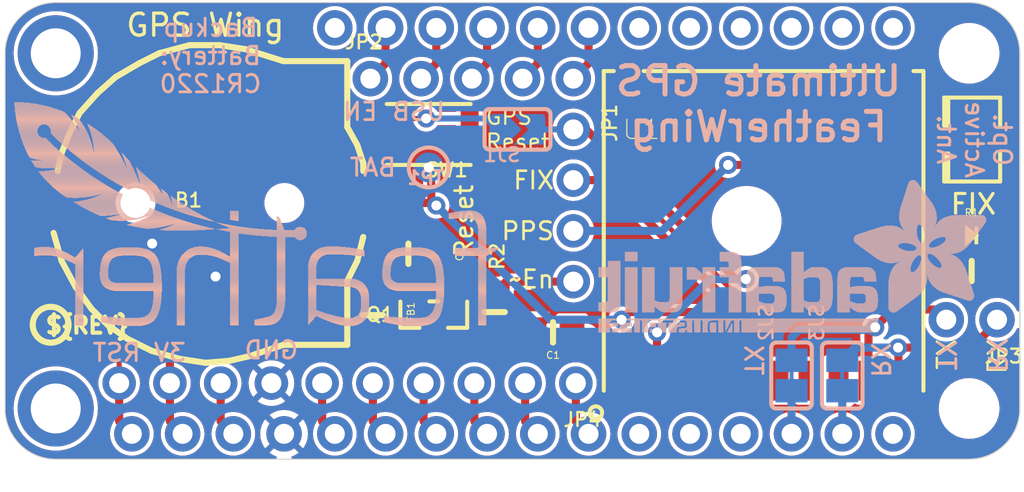
<source format=kicad_pcb>
(kicad_pcb (version 20221018) (generator pcbnew)
  (layers (0 "F.Cu" signal) (31 "B.Cu" signal) (34 "B.Paste" user) (35 "F.Paste" user) (36 "B.SilkS" user "B.Silkscreen") (37 "F.SilkS" user "F.Silkscreen") (38 "B.Mask" user) (39 "F.Mask" user) (44 "Edge.Cuts" user))
  (net 0 "")
  (net 1 "FIX")
  (net 2 "N$2")
  (net 3 "GND")
  (net 4 "3.3V")
  (net 5 "VBACKUP")
  (net 6 "GPS_TX")
  (net 7 "GPS_RX")
  (net 8 "N$4")
  (net 9 "1PPS")
  (net 10 "3V")
  (net 11 "N")
  (net 12 "M")
  (net 13 "L")
  (net 14 "F")
  (net 15 "E")
  (net 16 "D")
  (net 17 "C")
  (net 18 "B")
  (net 19 "A")
  (net 20 "GPS_RESET")
  (net 21 "RST")
  (net 22 "AREF")
  (net 23 "EN")
  (net 24 "USB")
  (net 25 "N$15")
  (net 26 "ENABLE")
  (net 27 "RX")
  (net 28 "TX")
  (net 29 "J")
  (net 30 "I")
  (net 31 "H")
  (net 32 "SCL")
  (net 33 "SDA")
  (net 34 "K")
  (net 35 "SCK")
  (net 36 "MOSI")
  (net 37 "MISO")
  (net 38 "G")
  (footprint "working:FEATHERWING" (layer "F.Cu") (at 123.1011 116.4336)
    (fp_text reference "MS1" hide)
    (fp_text value "FEATHERWING" hide)
    (fp_line (start 0 -20.32) (end 0 -2.54) (stroke (width 0.05)) (layer "Edge.Cuts"))
    (fp_line (start 2.54 0) (end 48.26 0) (stroke (width 0.05)) (layer "Edge.Cuts"))
    (fp_line (start 48.26 -22.86) (end 2.54 -22.86) (stroke (width 0.05)) (layer "Edge.Cuts"))
    (fp_line (start 50.8 -2.54) (end 50.8 -20.32) (stroke (width 0.05)) (layer "Edge.Cuts"))
    (fp_arc (start 0 -20.32) (mid 0.743949 -22.116051) (end 2.54 -22.86) (stroke (width 0.05)) (layer "Edge.Cuts"))
    (fp_arc (start 2.54 0) (mid 0.743949 -0.743949) (end 0 -2.54) (stroke (width 0.05)) (layer "Edge.Cuts"))
    (fp_arc (start 48.26 -22.86) (mid 50.056051 -22.116051) (end 50.8 -20.32) (stroke (width 0.05)) (layer "Edge.Cuts"))
    (fp_arc (start 50.8 -2.54) (mid 50.056051 -0.743949) (end 48.26 0) (stroke (width 0.05)) (layer "Edge.Cuts"))
    (pad "" np_thru_hole circle (at 48.26 -20.32) (size 2.54 2.54) (drill 2.54) (layers "*.Cu" "*.Mask"))
    (pad "" np_thru_hole circle (at 48.26 -2.54) (size 2.54 2.54) (drill 2.54) (layers "*.Cu" "*.Mask"))
    (pad "1" thru_hole circle (at 6.35 -1.27) (size 1.778 1.778) (drill 1) (layers "*.Cu" "*.Mask") (net 21 "RST"))
    (pad "2" thru_hole circle (at 8.89 -1.27) (size 1.778 1.778) (drill 1) (layers "*.Cu" "*.Mask") (net 10 "3V"))
    (pad "3" thru_hole circle (at 11.43 -1.27) (size 1.778 1.778) (drill 1) (layers "*.Cu" "*.Mask") (net 22 "AREF"))
    (pad "4" thru_hole circle (at 13.97 -1.27) (size 1.778 1.778) (drill 1) (layers "*.Cu" "*.Mask") (net 3 "GND"))
    (pad "5" thru_hole circle (at 16.51 -1.27) (size 1.778 1.778) (drill 1) (layers "*.Cu" "*.Mask") (net 19 "A"))
    (pad "6" thru_hole circle (at 19.05 -1.27) (size 1.778 1.778) (drill 1) (layers "*.Cu" "*.Mask") (net 18 "B"))
    (pad "7" thru_hole circle (at 21.59 -1.27) (size 1.778 1.778) (drill 1) (layers "*.Cu" "*.Mask") (net 17 "C"))
    (pad "8" thru_hole circle (at 24.13 -1.27) (size 1.778 1.778) (drill 1) (layers "*.Cu" "*.Mask") (net 16 "D"))
    (pad "9" thru_hole circle (at 26.67 -1.27) (size 1.778 1.778) (drill 1) (layers "*.Cu" "*.Mask") (net 15 "E"))
    (pad "10" thru_hole circle (at 29.21 -1.27) (size 1.778 1.778) (drill 1) (layers "*.Cu" "*.Mask") (net 14 "F"))
    (pad "11" thru_hole circle (at 31.75 -1.27) (size 1.778 1.778) (drill 1) (layers "*.Cu" "*.Mask") (net 35 "SCK"))
    (pad "12" thru_hole circle (at 34.29 -1.27) (size 1.778 1.778) (drill 1) (layers "*.Cu" "*.Mask") (net 36 "MOSI"))
    (pad "13" thru_hole circle (at 36.83 -1.27) (size 1.778 1.778) (drill 1) (layers "*.Cu" "*.Mask") (net 37 "MISO"))
    (pad "14" thru_hole circle (at 39.37 -1.27) (size 1.778 1.778) (drill 1) (layers "*.Cu" "*.Mask") (net 27 "RX"))
    (pad "15" thru_hole circle (at 41.91 -1.27) (size 1.778 1.778) (drill 1) (layers "*.Cu" "*.Mask") (net 28 "TX"))
    (pad "16" thru_hole circle (at 44.45 -1.27) (size 1.778 1.778) (drill 1) (layers "*.Cu" "*.Mask") (net 38 "G"))
    (pad "17" thru_hole circle (at 44.45 -21.59) (size 1.778 1.778) (drill 1) (layers "*.Cu" "*.Mask") (net 33 "SDA"))
    (pad "18" thru_hole circle (at 41.91 -21.59) (size 1.778 1.778) (drill 1) (layers "*.Cu" "*.Mask") (net 32 "SCL"))
    (pad "19" thru_hole circle (at 39.37 -21.59) (size 1.778 1.778) (drill 1) (layers "*.Cu" "*.Mask") (net 31 "H"))
    (pad "20" thru_hole circle (at 36.83 -21.59) (size 1.778 1.778) (drill 1) (layers "*.Cu" "*.Mask") (net 30 "I"))
    (pad "21" thru_hole circle (at 34.29 -21.59) (size 1.778 1.778) (drill 1) (layers "*.Cu" "*.Mask") (net 29 "J"))
    (pad "22" thru_hole circle (at 31.75 -21.59) (size 1.778 1.778) (drill 1) (layers "*.Cu" "*.Mask") (net 34 "K"))
    (pad "23" thru_hole circle (at 29.21 -21.59) (size 1.778 1.778) (drill 1) (layers "*.Cu" "*.Mask") (net 13 "L"))
    (pad "24" thru_hole circle (at 26.67 -21.59) (size 1.778 1.778) (drill 1) (layers "*.Cu" "*.Mask") (net 12 "M"))
    (pad "25" thru_hole circle (at 24.13 -21.59) (size 1.778 1.778) (drill 1) (layers "*.Cu" "*.Mask") (net 11 "N"))
    (pad "26" thru_hole circle (at 21.59 -21.59) (size 1.778 1.778) (drill 1) (layers "*.Cu" "*.Mask") (net 24 "USB"))
    (pad "27" thru_hole circle (at 19.05 -21.59) (size 1.778 1.778) (drill 1) (layers "*.Cu" "*.Mask") (net 23 "EN"))
    (pad "28" thru_hole circle (at 16.51 -21.59) (size 1.778 1.778) (drill 1) (layers "*.Cu" "*.Mask"))
    (pad "P$1" thru_hole circle (at 2.54 -20.32) (size 3.81 3.81) (drill 2.5) (layers "*.Cu" "*.Mask"))
    (pad "P$2" thru_hole circle (at 2.54 -2.54) (size 3.81 3.81) (drill 2.5) (layers "*.Cu" "*.Mask"))
  )
  (footprint "working:1X04_ROUND" (layer "F.Cu") (at 151.5491 103.7336 -90)
    (fp_text reference "JP1" (at -5.1562 -1.8288 90) (layer "F.SilkS") (effects (font (size 0.692831 0.692831) (thickness 0.119969)) (justify right)))
    (fp_text value "")
    (pad "1" thru_hole circle (at -3.81 0) (size 1.6764 1.6764) (drill 1) (layers "*.Cu" "*.Mask") (net 20 "GPS_RESET"))
    (pad "2" thru_hole circle (at -1.27 0) (size 1.6764 1.6764) (drill 1) (layers "*.Cu" "*.Mask") (net 1 "FIX"))
    (pad "3" thru_hole circle (at 1.27 0) (size 1.6764 1.6764) (drill 1) (layers "*.Cu" "*.Mask") (net 9 "1PPS"))
    (pad "4" thru_hole circle (at 3.81 0) (size 1.6764 1.6764) (drill 1) (layers "*.Cu" "*.Mask") (net 26 "ENABLE"))
  )
  (footprint "working:0805-NO" (layer "F.Cu") (at 141.5161 109.2186 90)
    (fp_text reference "FB1" (at -0.381 1.905 90) (layer "F.SilkS") (effects (font (size 0.35308 0.35308) (thickness 0.05332)) (justify left)))
    (fp_text value "Ferrite")
    (pad "1" smd rect (at -0.95 0 90) (size 1.24 1.5) (layers "F.Cu" "F.Paste" "F.Mask") (net 10 "3V"))
    (pad "2" smd rect (at 0.95 0 90) (size 1.24 1.5) (layers "F.Cu" "F.Paste" "F.Mask") (net 4 "3.3V"))
  )
  (footprint "working:BTN_KMR2_4.6X2.8" (layer "F.Cu") (at 144.3101 100.1776 180)
    (fp_text reference "SW1" (at -2.032 -1.778) (layer "F.SilkS") (effects (font (size 0.692831 0.692831) (thickness 0.119969)) (justify right)))
    (fp_text value "KMR2")
    (pad "A" smd rect (at 2.05 -0.8 180) (size 0.9 0.9) (layers "F.Cu" "F.Paste" "F.Mask") (net 3 "GND"))
    (pad "A'" smd rect (at -2.05 -0.8 180) (size 0.9 0.9) (layers "F.Cu" "F.Paste" "F.Mask") (net 3 "GND"))
    (pad "B" smd rect (at 2.05 0.8 180) (size 0.9 0.9) (layers "F.Cu" "F.Paste" "F.Mask") (net 21 "RST"))
    (pad "B'" smd rect (at -2.05 0.8 180) (size 0.9 0.9) (layers "F.Cu" "F.Paste" "F.Mask") (net 21 "RST"))
  )
  (footprint "working:FIDUCIAL_1MM" (layer "F.Cu") (at 169.6061 115.3726)
    (fp_text reference "FID2" hide)
    (fp_text value "FIDUCIAL\"\"" hide)
    (pad "1" smd roundrect (at 0 0) (size 1 1) (layers "F.Cu" "F.Mask") (roundrect_rratio 0.5))
  )
  (footprint "working:1X02_ROUND" (layer "F.Cu") (at 171.4881 109.4486 180)
    (fp_text reference "JP3" (at -2.6162 -1.8288) (layer "F.SilkS") (effects (font (size 0.692831 0.692831) (thickness 0.119969)) (justify right)))
    (fp_text value "")
    (pad "1" thru_hole circle (at -1.27 0 270) (size 1.778 1.778) (drill 1) (layers "*.Cu" "*.Mask") (net 7 "GPS_RX"))
    (pad "2" thru_hole circle (at 1.27 0 270) (size 1.778 1.778) (drill 1) (layers "*.Cu" "*.Mask") (net 6 "GPS_TX"))
  )
  (footprint "working:SOT23-WIDE" (layer "F.Cu") (at 144.5641 109.1946 180)
    (fp_text reference "Q1" (at 1.905 0) (layer "F.SilkS") (effects (font (size 0.692831 0.692831) (thickness 0.119969)) (justify right)))
    (fp_text value "DMG3415U-7 ")
    (pad "1" smd rect (at -0.95 1 180) (size 1 1.2) (layers "F.Cu" "F.Paste" "F.Mask") (net 26 "ENABLE"))
    (pad "2" smd rect (at 0.95 1 180) (size 1 1.2) (layers "F.Cu" "F.Paste" "F.Mask") (net 4 "3.3V"))
    (pad "3" smd rect (at 0 -1 180) (size 1 1.2) (layers "F.Cu" "F.Paste" "F.Mask") (net 25 "N$15"))
  )
  (footprint "working:CHIPLED_0805_NOOUTLINE" (layer "F.Cu") (at 171.4881 105.2336 -90)
    (fp_text reference "LED1" hide)
    (fp_text value "RED")
    (pad "A" smd rect (at 0 1.05 270) (size 1.2 1.2) (layers "F.Cu" "F.Paste" "F.Mask") (net 1 "FIX"))
    (pad "C" smd rect (at 0 -1.05 270) (size 1.2 1.2) (layers "F.Cu" "F.Paste" "F.Mask") (net 2 "N$2"))
  )
  (footprint "working:FIDUCIAL_1MM" (layer "F.Cu") (at 124.7521 99.5426)
    (fp_text reference "FID1" hide)
    (fp_text value "FIDUCIAL\"\"" hide)
    (pad "1" smd roundrect (at 0 0) (size 1 1) (layers "F.Cu" "F.Mask") (roundrect_rratio 0.5))
  )
  (footprint "working:0805-NO" (layer "F.Cu") (at 150.5331 110.0836 180)
    (fp_text reference "C1" (at -0.381 -1.143) (layer "F.SilkS") (effects (font (size 0.35308 0.35308) (thickness 0.05332)) (justify right)))
    (fp_text value "0.1uF")
    (pad "1" smd rect (at -0.95 0 180) (size 1.24 1.5) (layers "F.Cu" "F.Paste" "F.Mask") (net 25 "N$15"))
    (pad "2" smd rect (at 0.95 0 180) (size 1.24 1.5) (layers "F.Cu" "F.Paste" "F.Mask") (net 3 "GND"))
  )
  (footprint "working:0805-NO" (layer "F.Cu") (at 143.2941 106.1466)
    (fp_text reference "C2" (at 2.564 0.405 90) (layer "F.SilkS") (effects (font (size 0.35308 0.35308) (thickness 0.05332)) (justify left)))
    (fp_text value "10uF")
    (pad "1" smd rect (at -0.95 0) (size 1.24 1.5) (layers "F.Cu" "F.Paste" "F.Mask") (net 4 "3.3V"))
    (pad "2" smd rect (at 0.95 0) (size 1.24 1.5) (layers "F.Cu" "F.Paste" "F.Mask") (net 3 "GND"))
  )
  (footprint "working:U.FL" (layer "F.Cu") (at 171.6151 100.4316 180)
    (fp_text reference "X1" hide)
    (fp_text value "uFL" hide)
    (pad "1" smd rect (at 0 -1.375 180) (size 2.2 1.05) (layers "F.Cu" "F.Paste" "F.Mask") (net 3 "GND"))
    (pad "2" smd rect (at 0 1.375 180) (size 2.2 1.05) (layers "F.Cu" "F.Paste" "F.Mask") (net 3 "GND"))
    (pad "3" smd rect (at 1.525 0 180) (size 0.8 1) (layers "F.Cu" "F.Paste" "F.Mask") (net 8 "N$4"))
    (zone (net 0) (net_name "") (layer "F.Cu") (connect_pads (clearance 0)) (min_thickness 0.25)
      (keepout (tracks not_allowed) (vias not_allowed) (pads not_allowed) (copperpour not_allowed) (footprints allowed))
      (fill (thermal_gap 0.5) (thermal_bridge_width 0.5))
      (polygon (pts (xy 172.5041 99.6061) (xy 170.7261 99.6061) (xy 170.7261 101.2571) (xy 172.5041 101.2571)))
    )
  )
  (footprint "working:1X10_ROUND" (layer "F.Cu") (at 140.2461 112.6236 180)
    (fp_text reference "JP4" (at -12.7762 -1.8288) (layer "F.SilkS") (effects (font (size 0.692831 0.692831) (thickness 0.119969)) (justify right)))
    (fp_text value "")
    (pad "1" thru_hole circle (at -11.43 0 270) (size 1.6764 1.6764) (drill 1) (layers "*.Cu" "*.Mask") (net 14 "F"))
    (pad "2" thru_hole circle (at -8.89 0 270) (size 1.6764 1.6764) (drill 1) (layers "*.Cu" "*.Mask") (net 15 "E"))
    (pad "3" thru_hole circle (at -6.35 0 270) (size 1.6764 1.6764) (drill 1) (layers "*.Cu" "*.Mask") (net 16 "D"))
    (pad "4" thru_hole circle (at -3.81 0 270) (size 1.6764 1.6764) (drill 1) (layers "*.Cu" "*.Mask") (net 17 "C"))
    (pad "5" thru_hole circle (at -1.27 0 270) (size 1.6764 1.6764) (drill 1) (layers "*.Cu" "*.Mask") (net 18 "B"))
    (pad "6" thru_hole circle (at 1.27 0 270) (size 1.6764 1.6764) (drill 1) (layers "*.Cu" "*.Mask") (net 19 "A"))
    (pad "7" thru_hole circle (at 3.81 0 270) (size 1.6764 1.6764) (drill 1) (layers "*.Cu" "*.Mask") (net 3 "GND"))
    (pad "8" thru_hole circle (at 6.35 0 270) (size 1.6764 1.6764) (drill 1) (layers "*.Cu" "*.Mask") (net 22 "AREF"))
    (pad "9" thru_hole circle (at 8.89 0 270) (size 1.6764 1.6764) (drill 1) (layers "*.Cu" "*.Mask") (net 10 "3V"))
    (pad "10" thru_hole circle (at 11.43 0 270) (size 1.6764 1.6764) (drill 1) (layers "*.Cu" "*.Mask") (net 21 "RST"))
  )
  (footprint "working:0805-NO" (layer "F.Cu") (at 147.6121 109.0676 90)
    (fp_text reference "R2" (at 2.032 0.127 90) (layer "F.SilkS") (effects (font (size 0.692831 0.692831) (thickness 0.119969)) (justify left)))
    (fp_text value "100K")
    (pad "1" smd rect (at -0.95 0 90) (size 1.24 1.5) (layers "F.Cu" "F.Paste" "F.Mask") (net 3 "GND"))
    (pad "2" smd rect (at 0.95 0 90) (size 1.24 1.5) (layers "F.Cu" "F.Paste" "F.Mask") (net 26 "ENABLE"))
  )
  (footprint "working:CR1220-2" (layer "F.Cu") (at 133.1341 103.6066)
    (fp_text reference "B1" (at -1.602 -0.14) (layer "F.SilkS") (effects (font (size 0.692831 0.692831) (thickness 0.119969)) (justify left)))
    (fp_text value "CR1220")
    (pad "" np_thru_hole circle (at -3.5 0) (size 1.5 1.5) (drill 1.5) (layers "*.Cu" "*.Mask"))
    (pad "" np_thru_hole circle (at 3.95 0) (size 1.5 1.5) (drill 1.5) (layers "*.Cu" "*.Mask"))
    (pad "+" smd rect (at 8.29 0) (size 4 2) (layers "F.Cu" "F.Paste" "F.Mask") (net 5 "VBACKUP"))
    (pad "-" smd rect (at -7.6 0) (size 4 2) (layers "F.Cu" "F.Paste" "F.Mask") (net 3 "GND"))
  )
  (footprint "working:0805-NO" (layer "F.Cu") (at 171.4881 107.0116)
    (fp_text reference "R1" (at -0.381 -2.921) (layer "F.SilkS") (effects (font (size 0.35308 0.35308) (thickness 0.05332)) (justify left)))
    (fp_text value "470 ohm")
    (pad "1" smd rect (at -0.95 0) (size 1.24 1.5) (layers "F.Cu" "F.Paste" "F.Mask") (net 3 "GND"))
    (pad "2" smd rect (at 0.95 0) (size 1.24 1.5) (layers "F.Cu" "F.Paste" "F.Mask") (net 2 "N$2"))
  )
  (footprint "working:1X05_ROUND_70" (layer "F.Cu") (at 146.4691 97.3836)
    (fp_text reference "JP2" (at -6.4262 -1.8288) (layer "F.SilkS") (effects (font (size 0.692831 0.692831) (thickness 0.119969)) (justify left)))
    (fp_text value "")
    (pad "1" thru_hole circle (at -5.08 0 90) (size 1.778 1.778) (drill 1) (layers "*.Cu" "*.Mask") (net 23 "EN"))
    (pad "2" thru_hole circle (at -2.54 0 90) (size 1.778 1.778) (drill 1) (layers "*.Cu" "*.Mask") (net 24 "USB"))
    (pad "3" thru_hole circle (at 0 0 90) (size 1.778 1.778) (drill 1) (layers "*.Cu" "*.Mask") (net 11 "N"))
    (pad "4" thru_hole circle (at 2.54 0 90) (size 1.778 1.778) (drill 1) (layers "*.Cu" "*.Mask") (net 12 "M"))
    (pad "5" thru_hole circle (at 5.08 0 90) (size 1.778 1.778) (drill 1) (layers "*.Cu" "*.Mask") (net 13 "L"))
  )
  (footprint "working:FGPMMOPA6H" (layer "F.Cu") (at 161.0741 105.0036 90)
    (fp_text reference "U1" (at 5.071 -7.111) (layer "F.SilkS") (effects (font (size 0.96268 0.96268) (thickness 0.05332)) (justify left)))
    (fp_text value "FGPMMOPA6H")
    (pad "" np_thru_hole circle (at 0.5 -0.85 90) (size 3 3) (drill 3) (layers "*.Cu" "*.Mask"))
    (pad "P$1" smd rect (at -7.5 -6.75 90) (size 2 1) (layers "F.Cu" "F.Paste" "F.Mask") (net 25 "N$15"))
    (pad "P$2" smd rect (at -7.5 -5.25 90) (size 2 1) (layers "F.Cu" "F.Paste" "F.Mask") (net 20 "GPS_RESET"))
    (pad "P$3" smd rect (at -7.5 -3.75 90) (size 2 1) (layers "F.Cu" "F.Paste" "F.Mask") (net 3 "GND"))
    (pad "P$4" smd rect (at -7.5 -2.25 90) (size 2 1) (layers "F.Cu" "F.Paste" "F.Mask") (net 5 "VBACKUP"))
    (pad "P$5" smd rect (at -7.5 -0.75 90) (size 2 1) (layers "F.Cu" "F.Paste" "F.Mask") (net 1 "FIX"))
    (pad "P$6" smd rect (at -7.5 0.75 90) (size 2 1) (layers "F.Cu" "F.Paste" "F.Mask"))
    (pad "P$7" smd rect (at -7.5 2.25 90) (size 2 1) (layers "F.Cu" "F.Paste" "F.Mask"))
    (pad "P$8" smd rect (at -7.5 3.75 90) (size 2 1) (layers "F.Cu" "F.Paste" "F.Mask") (net 3 "GND"))
    (pad "P$9" smd rect (at -7.5 5.25 90) (size 2 1) (layers "F.Cu" "F.Paste" "F.Mask") (net 6 "GPS_TX"))
    (pad "P$10" smd rect (at -7.5 6.75 90) (size 2 1) (layers "F.Cu" "F.Paste" "F.Mask") (net 7 "GPS_RX"))
    (pad "P$11" smd rect (at 7.5 6.75 270) (size 2 1) (layers "F.Cu" "F.Paste" "F.Mask") (net 8 "N$4"))
    (pad "P$12" smd rect (at 7.5 5.25 270) (size 2 1) (layers "F.Cu" "F.Paste" "F.Mask") (net 3 "GND"))
    (pad "P$13" smd rect (at 7.5 3.75 270) (size 2 1) (layers "F.Cu" "F.Paste" "F.Mask") (net 9 "1PPS"))
    (pad "P$14" smd rect (at 7.5 2.25 270) (size 2 1) (layers "F.Cu" "F.Paste" "F.Mask"))
    (pad "P$15" smd rect (at 7.5 0.75 270) (size 2 1) (layers "F.Cu" "F.Paste" "F.Mask"))
    (pad "P$16" smd rect (at 7.5 -0.75 270) (size 2 1) (layers "F.Cu" "F.Paste" "F.Mask"))
    (pad "P$17" smd rect (at 7.5 -2.25 270) (size 2 1) (layers "F.Cu" "F.Paste" "F.Mask"))
    (pad "P$18" smd rect (at 7.5 -3.75 270) (size 2 1) (layers "F.Cu" "F.Paste" "F.Mask"))
    (pad "P$19" smd rect (at 7.5 -5.25 270) (size 2 1) (layers "F.Cu" "F.Paste" "F.Mask") (net 3 "GND"))
    (pad "P$20" smd rect (at 7.5 -6.75 270) (size 2 1) (layers "F.Cu" "F.Paste" "F.Mask"))
  )
  (footprint "working:PCBFEAT-REV-040" (layer "F.Cu") (at 125.3871 109.7026)
    (fp_text reference "U$9" hide)
    (fp_text value "" hide)
    (fp_text user "${REV}" (at -0.3556 0.508) (layer "F.SilkS") (effects (font (size 0.8128 0.8128) (thickness 0.2032)) (justify left bottom)))
  )
  (footprint "working:ADAFRUIT_TEXT_20MM" (layer "B.Cu") (at 172.3771 110.0836 180)
    (fp_text reference "U$11" hide)
    (fp_text value "" hide)
  )
  (footprint "working:SOLDERJUMPER_ARROW_NOPASTE" (layer "B.Cu") (at 148.7551 99.9236)
    (fp_text reference "SJ1" (at -1.778 1.27) (layer "B.SilkS") (effects (font (size 0.692831 0.692831) (thickness 0.119969)) (justify right mirror)))
    (fp_text value "")
    (fp_poly (pts (xy 0.201021 0) (xy -0.560979 -0.762) (xy -1.1684 -0.762) (xy -1.1684 0.762) (xy -0.560979 0.762)) (fill solid) (layer "B.Cu"))
    (fp_poly (pts (xy 1.1684 -0.762) (xy -0.186831 -0.762) (xy 0.548892 0) (xy -0.186831 0.762) (xy 1.1684 0.762)) (fill solid) (layer "B.Cu"))
    (pad "1" smd roundrect (at -1.016 0) (size 0.762 1.524) (layers "B.Cu") (net 21 "RST"))
    (pad "2" smd roundrect (at 1.016 0) (size 0.762 1.524) (layers "B.Cu") (net 20 "GPS_RESET"))
  )
  (footprint "working:SOLDERJUMPER_CLOSEDWIRE" (layer "B.Cu") (at 162.4711 112.2426 -90)
    (fp_text reference "SJ2" (at -1.651 1.27 -270) (layer "B.SilkS") (effects (font (size 0.692831 0.692831) (thickness 0.119969)) (justify right mirror)))
    (fp_text value "")
    (pad "1" smd rect (at -0.762 0 270) (size 1.1684 1.6002) (layers "B.Cu" "B.Mask") (net 6 "GPS_TX"))
    (pad "2" smd rect (at 0.762 0 270) (size 1.1684 1.6002) (layers "B.Cu" "B.Mask") (net 27 "RX"))
    (pad "WIRE" smd rect (at 0 0 270) (size 0.635 0.2032) (layers "B.Cu" "B.Mask"))
  )
  (footprint "working:FEATHERLOGO" (layer "B.Cu") (at 147.8661 109.8296 180)
    (fp_text reference "U$10" hide)
    (fp_text value "" hide)
  )
  (footprint "working:TESTPOINT_ROUND_1.5MM" (layer "B.Cu") (at 144.3101 101.8286 180)
    (fp_text reference "TP1" (at 1.143 -0.127) (layer "B.SilkS") (effects (font (size 0.666496 0.666496) (thickness 0.146304)) (justify right top mirror)))
    (fp_text value "")
    (pad "P$1" smd roundrect (at 0 0 180) (size 1.5 1.5) (layers "B.Cu" "B.Mask") (roundrect_rratio 0.5) (net 5 "VBACKUP"))
  )
  (footprint "working:SOLDERJUMPER_CLOSEDWIRE" (layer "B.Cu") (at 165.0111 112.2426 -90)
    (fp_text reference "SJ3" (at -1.651 1.27 -270) (layer "B.SilkS") (effects (font (size 0.692831 0.692831) (thickness 0.119969)) (justify right mirror)))
    (fp_text value "")
    (pad "1" smd rect (at -0.762 0 270) (size 1.1684 1.6002) (layers "B.Cu" "B.Mask") (net 7 "GPS_RX"))
    (pad "2" smd rect (at 0.762 0 270) (size 1.1684 1.6002) (layers "B.Cu" "B.Mask") (net 28 "TX"))
    (pad "WIRE" smd rect (at 0 0 270) (size 0.635 0.2032) (layers "B.Cu" "B.Mask"))
  )
  (gr_arc (start 171.3611 93.5736) (mid 173.157151 94.317549) (end 173.9011 96.1136) (stroke (width 0.05)) (layer "Edge.Cuts"))
  (gr_line (start 173.9011 96.1136) (end 173.9011 113.8936) (stroke (width 0.05)) (layer "Edge.Cuts"))
  (gr_arc (start 173.9011 113.8936) (mid 173.157151 115.689651) (end 171.3611 116.4336) (stroke (width 0.05)) (layer "Edge.Cuts"))
  (gr_text "GND" (at 136.4361 110.9726) (layer "B.SilkS") (effects (font (size 0.87376 0.87376) (thickness 0.14224)) (justify mirror)))
  (gr_text "3V" (at 131.3561 111.0996) (layer "B.SilkS") (effects (font (size 0.87376 0.87376) (thickness 0.14224)) (justify mirror)))
  (gr_text "RST" (at 128.6891 111.0996) (layer "B.SilkS") (effects (font (size 0.87376 0.87376) (thickness 0.14224)) (justify mirror)))
  (gr_text "Backup\nBattery:\nCR1220" (at 133.3881 96.2406) (layer "B.SilkS") (effects (font (size 0.87376 0.87376) (thickness 0.14224)) (justify mirror)))
  (gr_text "TX" (at 160.5661 111.4806 -90) (layer "B.SilkS") (effects (font (size 0.87376 0.87376) (thickness 0.14224)) (justify mirror)))
  (gr_text "USB" (at 143.8021 99.0346) (layer "B.SilkS") (effects (font (size 0.87376 0.87376) (thickness 0.14224)) (justify mirror)))
  (gr_text "EN" (at 140.8811 99.0346) (layer "B.SilkS") (effects (font (size 0.87376 0.87376) (thickness 0.14224)) (justify mirror)))
  (gr_text "RX" (at 166.9161 111.4806 -90) (layer "B.SilkS") (effects (font (size 0.87376 0.87376) (thickness 0.14224)) (justify mirror)))
  (gr_text "Ultimate GPS\nFeatherWing" (at 160.8201 98.6536) (layer "B.SilkS") (effects (font (size 1.42494 1.42494) (thickness 0.25146)) (justify mirror)))
  (gr_text "TX" (at 170.2181 111.2266 -90) (layer "B.SilkS") (effects (font (size 0.87376 0.87376) (thickness 0.14224)) (justify mirror)))
  (gr_text "BAT" (at 141.5161 101.8286) (layer "B.SilkS") (effects (font (size 0.87376 0.87376) (thickness 0.14224)) (justify mirror)))
  (gr_text "RX" (at 172.7581 111.2266 -90) (layer "B.SilkS") (effects (font (size 0.87376 0.87376) (thickness 0.14224)) (justify mirror)))
  (gr_text "Opt.\nActive\nAnt." (at 171.6151 100.4316 -90) (layer "B.SilkS") (effects (font (size 0.87376 0.87376) (thickness 0.14224)) (justify mirror)))
  (gr_text "TX" (at 169.7101 110.3376 90) (layer "F.SilkS") (effects (font (size 0.89408 0.89408) (thickness 0.12192)) (justify right top)))
  (gr_text "GPS\nReset" (at 147.1041 99.9236) (layer "F.SilkS") (effects (font (size 0.78232 0.78232) (thickness 0.10668)) (justify left)))
  (gr_text "GPS Wing" (at 129.0701 95.3516) (layer "F.SilkS") (effects (font (size 1.1049 1.1049) (thickness 0.1651)) (justify left bottom)))
  (gr_text "Reset" (at 146.5961 106.4006 90) (layer "F.SilkS") (effects (font (size 0.88392 0.88392) (thickness 0.13208)) (justify left bottom)))
  (gr_text "PPS" (at 150.6601 104.4956) (layer "F.SilkS") (effects (font (size 0.88392 0.88392) (thickness 0.13208)) (justify right top)))
  (gr_text "RX" (at 172.2501 110.3376 90) (layer "F.SilkS") (effects (font (size 0.89408 0.89408) (thickness 0.12192)) (justify right top)))
  (gr_text "FIX" (at 150.6601 101.9556) (layer "F.SilkS") (effects (font (size 0.88392 0.88392) (thickness 0.13208)) (justify right top)))
  (gr_text "~En" (at 150.6601 106.9086) (layer "F.SilkS") (effects (font (size 0.88392 0.88392) (thickness 0.13208)) (justify right top)))
  (gr_text "FIX" (at 170.3451 104.2416) (layer "F.SilkS") (effects (font (size 0.98298 0.98298) (thickness 0.16002)) (justify left bottom)))
  (segment (start 153.2241 102.4636) (end 151.5491 102.4636) (width 0.4064) (layer "F.Cu") (net 1))
  (segment (start 160.3241 109.5636) (end 164.6541 105.2336) (width 0.4064) (layer "F.Cu") (net 1))
  (segment (start 160.3241 112.5036) (end 160.3241 109.5636) (width 0.4064) (layer "F.Cu") (net 1))
  (segment (start 160.3241 109.5636) (end 153.2241 102.4636) (width 0.4064) (layer "F.Cu") (net 1))
  (segment (start 164.6541 105.2336) (end 170.4381 105.2336) (width 0.4064) (layer "F.Cu") (net 1))
  (segment (start 172.5381 105.2336) (end 172.4381 105.7146) (width 0.4064) (layer "F.Cu") (net 2))
  (segment (start 172.4381 105.7146) (end 172.4381 107.0116) (width 0.4064) (layer "F.Cu") (net 2))
  (via (at 130.4671 105.6386) (size 0.9064) (drill 0.5) (layers "F.Cu" "B.Cu") (net 3))
  (via (at 133.6421 107.2896) (size 0.9064) (drill 0.5) (layers "F.Cu" "B.Cu") (net 3))
  (segment (start 141.5901 108.1946) (end 143.6141 108.1946) (width 0.4064) (layer "F.Cu") (net 4))
  (segment (start 141.5161 108.2686) (end 141.5901 108.1946) (width 0.4064) (layer "F.Cu") (net 4))
  (segment (start 141.5161 106.9746) (end 141.5161 108.2686) (width 0.4064) (layer "F.Cu") (net 4))
  (segment (start 142.3441 106.1466) (end 141.5161 106.9746) (width 0.4064) (layer "F.Cu") (net 4))
  (segment (start 144.4371 103.6066) (end 144.4371 101.9556) (width 0.4064) (layer "F.Cu") (net 5))
  (segment (start 144.4371 103.6066) (end 144.5641 103.6066) (width 0.4064) (layer "F.Cu") (net 5))
  (segment (start 153.9621 109.4486) (end 154.3431 109.0676) (width 0.4064) (layer "F.Cu") (net 5))
  (segment (start 154.3431 109.0676) (end 158.0261 109.0676) (width 0.4064) (layer "F.Cu") (net 5))
  (segment (start 158.8241 109.8656) (end 158.8241 112.5036) (width 0.4064) (layer "F.Cu") (net 5))
  (segment (start 141.4241 103.6066) (end 144.4371 103.6066) (width 0.4064) (layer "F.Cu") (net 5))
  (segment (start 158.0261 109.0676) (end 158.8241 109.8656) (width 0.4064) (layer "F.Cu") (net 5))
  (segment (start 144.4371 101.9556) (end 144.3101 101.8286) (width 0.4064) (layer "F.Cu") (net 5))
  (segment (start 144.5641 103.6066) (end 144.6911 103.7336) (width 0.4064) (layer "F.Cu") (net 5))
  (via (at 144.6911 103.7336) (size 0.9064) (drill 0.5) (layers "F.Cu" "B.Cu") (net 5))
  (via (at 153.9621 109.4486) (size 0.9064) (drill 0.5) (layers "F.Cu" "B.Cu") (net 5))
  (via (at 144.3101 101.8286) (size 0.9064) (drill 0.5) (layers "F.Cu" "B.Cu") (net 5))
  (segment (start 150.4061 109.4486) (end 153.9621 109.4486) (width 0.4064) (layer "B.Cu") (net 5))
  (segment (start 144.6911 103.7336) (end 150.4061 109.4486) (width 0.4064) (layer "B.Cu") (net 5))
  (segment (start 170.2181 109.4486) (end 169.7101 108.9406) (width 0.4064) (layer "F.Cu") (net 6))
  (segment (start 166.6621 109.8296) (end 166.7256 109.7661) (width 0.4064) (layer "F.Cu") (net 6))
  (segment (start 166.3241 110.1676) (end 166.3241 112.5036) (width 0.4064) (layer "F.Cu") (net 6))
  (segment (start 169.7101 108.9406) (end 167.5511 108.9406) (width 0.4064) (layer "F.Cu") (net 6))
  (segment (start 166.6621 109.8296) (end 166.3241 110.1676) (width 0.4064) (layer "F.Cu") (net 6))
  (segment (start 167.5511 108.9406) (end 166.7256 109.7661) (width 0.4064) (layer "F.Cu") (net 6))
  (via (at 166.6621 109.8296) (size 0.9064) (drill 0.5) (layers "F.Cu" "B.Cu") (net 6))
  (segment (start 162.4711 111.4806) (end 162.4711 110.3376) (width 0.4064) (layer "B.Cu") (net 6))
  (segment (start 166.5351 109.9566) (end 166.6621 109.8296) (width 0.4064) (layer "B.Cu") (net 6))
  (segment (start 162.8521 109.9566) (end 166.5351 109.9566) (width 0.4064) (layer "B.Cu") (net 6))
  (segment (start 162.4711 110.3376) (end 162.8521 109.9566) (width 0.4064) (layer "B.Cu") (net 6))
  (segment (start 167.8051 110.8456) (end 167.8241 111.3346) (width 0.4064) (layer "F.Cu") (net 7))
  (segment (start 172.7581 109.5756) (end 172.7581 109.4486) (width 0.4064) (layer "F.Cu") (net 7))
  (segment (start 167.8241 111.3346) (end 167.8241 112.5036) (width 0.4064) (layer "F.Cu") (net 7))
  (segment (start 171.4881 110.8456) (end 167.8051 110.8456) (width 0.4064) (layer "F.Cu") (net 7))
  (segment (start 172.7581 109.5756) (end 171.4881 110.8456) (width 0.4064) (layer "F.Cu") (net 7))
  (via (at 167.8051 110.8456) (size 0.9064) (drill 0.5) (layers "F.Cu" "B.Cu") (net 7))
  (segment (start 165.6461 110.8456) (end 167.8051 110.8456) (width 0.4064) (layer "B.Cu") (net 7))
  (segment (start 165.0111 111.4806) (end 165.6461 110.8456) (width 0.4064) (layer "B.Cu") (net 7))
  (segment (start 168.070155 99.296696) (end 168.23232 99.55587) (width 0.8128) (layer "F.Cu") (net 8))
  (segment (start 167.8241 98.4196) (end 167.8241 98.4196) (width 0.8128) (layer "F.Cu") (net 8))
  (segment (start 169.190051 100.291061) (end 169.48233 100.380736) (width 0.8128) (layer "F.Cu") (net 8))
  (segment (start 167.8241 98.4196) (end 167.863946 98.722719) (width 0.8128) (layer "F.Cu") (net 8))
  (segment (start 167.946525 99.017082) (end 168.070155 99.296696) (width 0.8128) (layer "F.Cu") (net 8))
  (segment (start 167.863946 98.722719) (end 167.946525 99.017082) (width 0.8128) (layer "F.Cu") (net 8))
  (segment (start 168.913508 100.160703) (end 169.190051 100.291061) (width 0.8128) (layer "F.Cu") (net 8))
  (segment (start 167.8241 97.5036) (end 167.8241 98.4196) (width 0.8128) (layer "F.Cu") (net 8))
  (segment (start 168.23232 99.55587) (end 168.429719 99.789327) (width 0.8128) (layer "F.Cu") (net 8))
  (segment (start 169.48233 100.380736) (end 169.784396 100.427902) (width 0.8128) (layer "F.Cu") (net 8))
  (segment (start 168.658333 99.992316) (end 168.913508 100.160703) (width 0.8128) (layer "F.Cu") (net 8))
  (segment (start 168.429719 99.789327) (end 168.658333 99.992316) (width 0.8128) (layer "F.Cu") (net 8))
  (segment (start 169.784396 100.427902) (end 170.0901 100.4316) (width 0.8128) (layer "F.Cu") (net 8))
  (segment (start 164.8841 99.1616) (end 164.8841 97.5636) (width 0.4064) (layer "F.Cu") (net 9))
  (segment (start 164.8841 97.5636) (end 164.8241 97.5036) (width 0.4064) (layer "F.Cu") (net 9))
  (segment (start 159.2961 101.7016) (end 162.3441 101.7016) (width 0.4064) (layer "F.Cu") (net 9))
  (segment (start 162.3441 101.7016) (end 164.8841 99.1616) (width 0.4064) (layer "F.Cu") (net 9))
  (via (at 159.2961 101.7016) (size 0.9064) (drill 0.5) (layers "F.Cu" "B.Cu") (net 9))
  (segment (start 155.9941 105.0036) (end 159.2961 101.7016) (width 0.4064) (layer "B.Cu") (net 9))
  (segment (start 151.5491 105.0036) (end 155.9941 105.0036) (width 0.4064) (layer "B.Cu") (net 9))
  (segment (start 131.3561 112.6236) (end 131.3561 114.5286) (width 0.4064) (layer "F.Cu") (net 10))
  (segment (start 131.3561 114.5286) (end 131.9911 115.1636) (width 0.4064) (layer "F.Cu") (net 10))
  (segment (start 141.4741 110.2106) (end 141.5161 110.1686) (width 0.4064) (layer "F.Cu") (net 10))
  (segment (start 132.4991 110.2106) (end 141.4741 110.2106) (width 0.4064) (layer "F.Cu") (net 10))
  (segment (start 131.3561 112.6236) (end 131.3561 111.3536) (width 0.4064) (layer "F.Cu") (net 10))
  (segment (start 131.3561 111.3536) (end 132.4991 110.2106) (width 0.4064) (layer "F.Cu") (net 10))
  (segment (start 147.2311 94.8436) (end 147.2311 96.6216) (width 0.4064) (layer "F.Cu") (net 11))
  (segment (start 147.2311 96.6216) (end 146.4691 97.3836) (width 0.4064) (layer "F.Cu") (net 11))
  (segment (start 149.7711 94.8436) (end 149.7711 96.6216) (width 0.4064) (layer "F.Cu") (net 12))
  (segment (start 149.7711 96.6216) (end 149.0091 97.3836) (width 0.4064) (layer "F.Cu") (net 12))
  (segment (start 152.3111 94.8436) (end 152.3111 96.6216) (width 0.4064) (layer "F.Cu") (net 13))
  (segment (start 152.3111 96.6216) (end 151.5491 97.3836) (width 0.4064) (layer "F.Cu") (net 13))
  (segment (start 151.6761 112.6236) (end 151.6761 114.5286) (width 0.4064) (layer "F.Cu") (net 14))
  (segment (start 151.6761 114.5286) (end 152.3111 115.1636) (width 0.4064) (layer "F.Cu") (net 14))
  (segment (start 149.1361 114.5286) (end 149.7711 115.1636) (width 0.4064) (layer "F.Cu") (net 15))
  (segment (start 149.1361 112.6236) (end 149.1361 114.5286) (width 0.4064) (layer "F.Cu") (net 15))
  (segment (start 146.5961 112.6236) (end 146.5961 114.5286) (width 0.4064) (layer "F.Cu") (net 16))
  (segment (start 146.5961 114.5286) (end 147.2311 115.1636) (width 0.4064) (layer "F.Cu") (net 16))
  (segment (start 144.0561 112.6236) (end 144.0561 114.5286) (width 0.4064) (layer "F.Cu") (net 17))
  (segment (start 144.0561 114.5286) (end 144.6911 115.1636) (width 0.4064) (layer "F.Cu") (net 17))
  (segment (start 141.5161 114.5286) (end 142.1511 115.1636) (width 0.4064) (layer "F.Cu") (net 18))
  (segment (start 141.5161 112.6236) (end 141.5161 114.5286) (width 0.4064) (layer "F.Cu") (net 18))
  (segment (start 138.9761 112.6236) (end 138.9761 114.5286) (width 0.4064) (layer "F.Cu") (net 19))
  (segment (start 138.9761 114.5286) (end 139.6111 115.1636) (width 0.4064) (layer "F.Cu") (net 19))
  (segment (start 152.1841 99.9236) (end 159.6771 107.4166) (width 0.4064) (layer "F.Cu") (net 20))
  (segment (start 151.5491 99.9236) (end 152.1841 99.9236) (width 0.4064) (layer "F.Cu") (net 20))
  (segment (start 159.6771 107.4166) (end 160.1851 107.4166) (width 0.4064) (layer "F.Cu") (net 20))
  (segment (start 155.7401 112.4196) (end 155.8241 112.5036) (width 0.4064) (layer "F.Cu") (net 20))
  (segment (start 155.7401 110.0836) (end 155.7401 112.4196) (width 0.4064) (layer "F.Cu") (net 20))
  (via (at 160.1851 107.4166) (size 0.9064) (drill 0.5) (layers "F.Cu" "B.Cu") (net 20))
  (via (at 155.7401 110.0836) (size 0.9064) (drill 0.5) (layers "F.Cu" "B.Cu") (net 20))
  (segment (start 160.1851 107.4166) (end 158.4071 107.4166) (width 0.4064) (layer "B.Cu") (net 20))
  (segment (start 151.5491 99.9236) (end 149.7711 99.9236) (width 0.3048) (layer "B.Cu") (net 20))
  (segment (start 158.4071 107.4166) (end 155.7401 110.0836) (width 0.4064) (layer "B.Cu") (net 20))
  (segment (start 128.8161 112.6236) (end 128.8161 109.1946) (width 0.254) (layer "F.Cu") (net 21))
  (segment (start 142.2221 99.4156) (end 142.2601 99.3776) (width 0.254) (layer "F.Cu") (net 21))
  (segment (start 128.8161 112.6236) (end 128.8161 114.5286) (width 0.4064) (layer "F.Cu") (net 21))
  (segment (start 138.5951 99.4156) (end 142.2221 99.4156) (width 0.254) (layer "F.Cu") (net 21))
  (segment (start 144.0561 99.3776) (end 142.2601 99.3776) (width 0.254) (layer "F.Cu") (net 21))
  (segment (start 146.3601 99.3776) (end 144.1831 99.3776) (width 0.254) (layer "F.Cu") (net 21))
  (segment (start 144.1831 99.3776) (end 144.0561 99.3776) (width 0.3048) (layer "F.Cu") (net 21))
  (segment (start 128.8161 114.5286) (end 129.4511 115.1636) (width 0.4064) (layer "F.Cu") (net 21))
  (segment (start 128.8161 109.1946) (end 138.5951 99.4156) (width 0.254) (layer "F.Cu") (net 21))
  (via (at 144.1831 99.3776) (size 0.9064) (drill 0.5) (layers "F.Cu" "B.Cu") (net 21))
  (segment (start 147.7391 99.9236) (end 147.1931 99.3776) (width 0.3048) (layer "B.Cu") (net 21))
  (segment (start 147.1931 99.3776) (end 144.1831 99.3776) (width 0.3048) (layer "B.Cu") (net 21))
  (segment (start 133.8961 114.5286) (end 134.5311 115.1636) (width 0.4064) (layer "F.Cu") (net 22))
  (segment (start 133.8961 112.6236) (end 133.8961 114.5286) (width 0.4064) (layer "F.Cu") (net 22))
  (segment (start 142.1511 96.6216) (end 141.3891 97.3836) (width 0.4064) (layer "F.Cu") (net 23))
  (segment (start 142.1511 94.8436) (end 142.1511 96.6216) (width 0.4064) (layer "F.Cu") (net 23))
  (segment (start 144.6911 94.8436) (end 144.6911 96.6216) (width 0.4064) (layer "F.Cu") (net 24))
  (segment (start 144.6911 96.6216) (end 143.9291 97.3836) (width 0.4064) (layer "F.Cu") (net 24))
  (segment (start 145.7231 111.3536) (end 150.9141 111.3536) (width 0.4064) (layer "F.Cu") (net 25))
  (segment (start 151.4831 110.7846) (end 151.4831 110.0836) (width 0.4064) (layer "F.Cu") (net 25))
  (segment (start 150.9141 111.3536) (end 151.4831 110.7846) (width 0.4064) (layer "F.Cu") (net 25))
  (segment (start 154.2161 112.3956) (end 154.3241 112.5036) (width 0.4064) (layer "F.Cu") (net 25))
  (segment (start 154.2161 111.9886) (end 152.3111 110.0836) (width 0.4064) (layer "F.Cu") (net 25))
  (segment (start 154.2161 111.9886) (end 154.2161 112.3956) (width 0.4064) (layer "F.Cu") (net 25))
  (segment (start 144.5641 110.1946) (end 145.7231 111.3536) (width 0.4064) (layer "F.Cu") (net 25))
  (segment (start 152.3111 110.0836) (end 151.4831 110.0836) (width 0.4064) (layer "F.Cu") (net 25))
  (segment (start 148.1861 107.5436) (end 151.5491 107.5436) (width 0.4064) (layer "F.Cu") (net 26))
  (segment (start 147.6121 108.1176) (end 148.1861 107.5436) (width 0.4064) (layer "F.Cu") (net 26))
  (segment (start 145.5911 108.1176) (end 147.6121 108.1176) (width 0.4064) (layer "F.Cu") (net 26))
  (segment (start 145.5141 108.1946) (end 145.5911 108.1176) (width 0.4064) (layer "F.Cu") (net 26))
  (segment (start 162.4711 113.0046) (end 162.4711 115.1636) (width 0.4064) (layer "B.Cu") (net 27))
  (segment (start 165.0111 113.0046) (end 165.0111 115.1636) (width 0.4064) (layer "B.Cu") (net 28))
  (zone (net 3) (net_name "GND") (layer "F.Cu") (priority 6) (connect_pads (clearance 0.000001)) (min_thickness 0.127) (fill yes (thermal_gap 0.304) (thermal_bridge_width 0.304))
    (polygon (pts (xy 174.0281 116.5606) (xy 122.9741 116.5606) (xy 122.9741 93.4466) (xy 174.0281 93.4466)))
  )
  (zone (net 3) (net_name "GND") (layer "B.Cu") (priority 6) (connect_pads (clearance 0.000001)) (min_thickness 0.127) (fill yes (thermal_gap 0.304) (thermal_bridge_width 0.304))
    (polygon (pts (xy 174.0281 116.5606) (xy 122.9741 116.5606) (xy 122.9741 93.4466) (xy 174.0281 93.4466)))
  )
)
</source>
